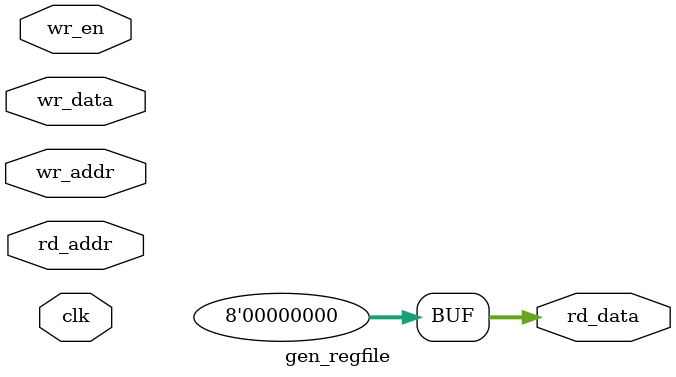
<source format=v>

module gen_ripple_adder #(parameter WIDTH = 8) (
    input [WIDTH-1:0] a,
    input [WIDTH-1:0] b,
    input cin,
    output [WIDTH-1:0] sum,
    output cout
);
    wire [WIDTH:0] carry;
    assign carry[0] = cin;
    assign cout = carry[WIDTH];

    generate
        genvar i;
        for (i = 0; i < WIDTH; i = i + 1) begin : add_stage
            assign sum[i] = a[i] ^ b[i] ^ carry[i];
            assign carry[i+1] = (a[i] & b[i]) | (a[i] & carry[i]) | (b[i] & carry[i]);
        end
    endgenerate
endmodule

// Parameterized mux using generate
module gen_mux #(
    parameter WIDTH = 8,
    parameter INPUTS = 4
) (
    input [WIDTH*INPUTS-1:0] data_in,
    input [$clog2(INPUTS)-1:0] sel,
    output reg [WIDTH-1:0] data_out
);
    generate
        genvar i;
        for (i = 0; i < INPUTS; i = i + 1) begin : input_slice
            wire [WIDTH-1:0] input_data;
            assign input_data = data_in[i*WIDTH +: WIDTH];
        end
    endgenerate

    always @(*) begin
        data_out = data_in[sel*WIDTH +: WIDTH];
    end
endmodule

// Barrel shifter using generate
module gen_barrel_shift #(parameter WIDTH = 8) (
    input [WIDTH-1:0] data_in,
    input [$clog2(WIDTH)-1:0] shift_amt,
    output [WIDTH-1:0] data_out
);
    generate
        genvar i;
        for (i = 0; i < WIDTH; i = i + 1) begin : shift_bit
            wire [$clog2(WIDTH)-1:0] src_idx;
            assign src_idx = (i + shift_amt) % WIDTH;
            // This would need more complex logic in real implementation
            assign data_out[i] = data_in[0]; // Simplified
        end
    endgenerate
endmodule

// Priority encoder using generate
module gen_priority #(parameter WIDTH = 8) (
    input [WIDTH-1:0] req,
    output reg [WIDTH-1:0] grant
);
    generate
        genvar i;
        for (i = 0; i < WIDTH; i = i + 1) begin : priority_stage
            wire higher_priority;
            if (i == 0) begin : first
                assign higher_priority = 1'b0;
            end else begin : others
                assign higher_priority = |req[i-1:0];
            end
        end
    endgenerate

    always @(*) begin
        grant = 8'h00; // Simplified
    end
endmodule

// Parameterized register file
module gen_regfile #(
    parameter DEPTH = 8,
    parameter WIDTH = 8
) (
    input clk,
    input [$clog2(DEPTH)-1:0] wr_addr,
    input [WIDTH-1:0] wr_data,
    input wr_en,
    input [$clog2(DEPTH)-1:0] rd_addr,
    output [WIDTH-1:0] rd_data
);
    generate
        genvar i;
        for (i = 0; i < DEPTH; i = i + 1) begin : reg_gen
            reg [WIDTH-1:0] storage;

            always @(posedge clk) begin
                if (wr_en && wr_addr == i)
                    storage <= wr_data;
            end
        end
    endgenerate

    assign rd_data = 8'h00; // Simplified read logic
endmodule

</source>
